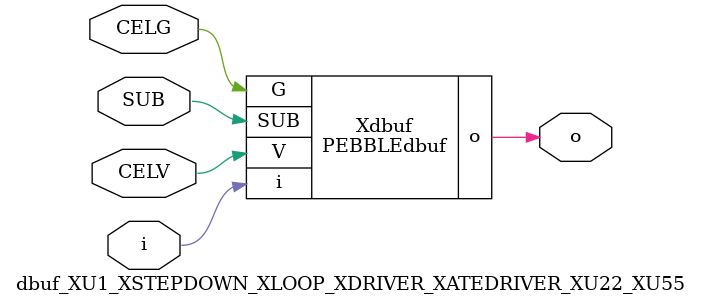
<source format=v>



module PEBBLEdbuf ( o, G, SUB, V, i );

  input V;
  input i;
  input G;
  output o;
  input SUB;
endmodule

//Celera Confidential Do Not Copy dbuf_XU1_XSTEPDOWN_XLOOP_XDRIVER_XATEDRIVER_XU22_XU55
//Celera Confidential Symbol Generator
//Digital Buffer
module dbuf_XU1_XSTEPDOWN_XLOOP_XDRIVER_XATEDRIVER_XU22_XU55 (CELV,CELG,i,o,SUB);
input CELV;
input CELG;
input i;
input SUB;
output o;

//Celera Confidential Do Not Copy dbuf
PEBBLEdbuf Xdbuf(
.V (CELV),
.i (i),
.o (o),
.SUB (SUB),
.G (CELG)
);
//,diesize,PEBBLEdbuf

//Celera Confidential Do Not Copy Module End
//Celera Schematic Generator
endmodule

</source>
